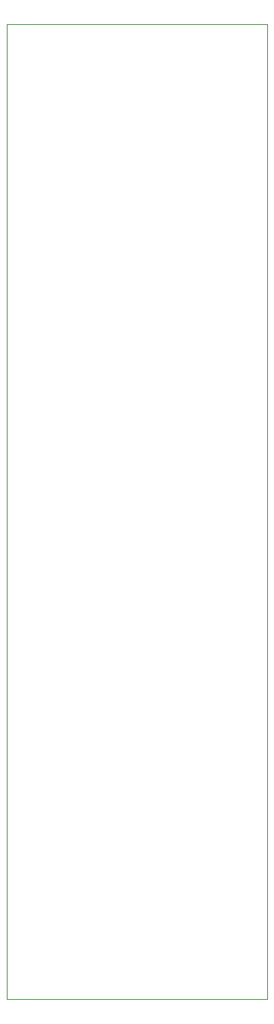
<source format=gm1>
G04 #@! TF.GenerationSoftware,KiCad,Pcbnew,8.0.0*
G04 #@! TF.CreationDate,2025-07-24T19:15:38+01:00*
G04 #@! TF.ProjectId,MidiToCvLogic,4d696469-546f-4437-964c-6f6769632e6b,1.0*
G04 #@! TF.SameCoordinates,Original*
G04 #@! TF.FileFunction,Profile,NP*
%FSLAX46Y46*%
G04 Gerber Fmt 4.6, Leading zero omitted, Abs format (unit mm)*
G04 Created by KiCad (PCBNEW 8.0.0) date 2025-07-24 19:15:38*
%MOMM*%
%LPD*%
G01*
G04 APERTURE LIST*
G04 #@! TA.AperFunction,Profile*
%ADD10C,0.050000*%
G04 #@! TD*
G04 APERTURE END LIST*
D10*
X38100000Y-31750000D02*
X67310000Y-31750000D01*
X67310000Y-140970000D01*
X38100000Y-140970000D01*
X38100000Y-31750000D01*
X38100000Y-31750000D02*
X67310000Y-31750000D01*
X67310000Y-140970000D01*
X38100000Y-140970000D01*
X38100000Y-31750000D01*
M02*

</source>
